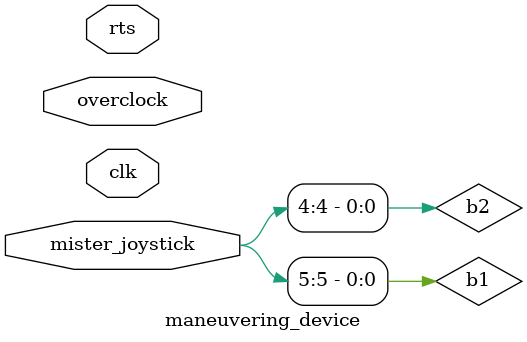
<source format=sv>
module maneuvering_device (
    input clk,
    input wire [15:0] mister_joystick,
    input rts,
    input overclock,
    bytestream.source serial_out
);

    // The baud rate of spoon is 1200
    // A serial frame costs 1 start bit, 8 data bits and 1 stop bit
    // In truth according to the documentation these are 7 data bits and 2 stop bits
    // But I know that this is just wrong documentation.
    // 1200 baud is eqivalent to 120 byte/s
    // 30e6 / 120 is 250000
    // For overclocking: 30e6 / 50 Hz video / 3 = 200000
    wire [18:0] kTicksPerByte = overclock ? 200000 : 250000;

    typedef enum bit [1:0] {
        DEVICE_ID,  // Always start with this after RTS is asserted
        BYTE0,  // 1 1 B1 B2 Y7 Y6 X7 X6
        BYTE1,  // 1 0 X5 X4 X3 X2 X1 X0
        BYTE2  // 1 0 Y5 Y4 Y3 Y2 Y1 Y0
    } e_state;

    e_state state;
    bit [18:0] cnt;
    bit [7:0] frame[3];

    bit perform_transmit;

    wire b1 = mister_joystick[5];
    wire b2 = mister_joystick[4];

    bit b1_q, b2_q;

    bit signed [7:0] speed;

    bit signed [7:0] x;
    bit signed [7:0] y;

    bit signed [7:0] x_q;
    bit signed [7:0] y_q;
    bit [3:0] accel;

    always_comb begin
        x = 0;
        y = 0;

        // The spoon has a short amount of time where it moves 2 ticks per frame
        // After a while it switches itself to 8 ticks per frame
        // We are overclocking the spoon, changing 8 to 2 and 2 to 1
        if (accel >= 5) begin
            speed = overclock ? 7 : 8;
        end else begin
            speed = overclock ? 2 : 2;
        end

        if (mister_joystick[0]) x = speed;
        if (mister_joystick[2]) y = speed;
        if (mister_joystick[1]) x = -speed;
        if (mister_joystick[3]) y = -speed;
        // Only transmit when buttons have changed or when we are moving the cursor
        // Even so, the speed is not changed, we must transmit permanently.
        perform_transmit = (b1 != b1_q) || (b2 != b2_q) || (x != x_q) || (y != y_q) || (x !=0 ) || (y !=0 );
    end

    always_ff @(posedge clk) begin
        if (serial_out.write) $display("INPUT SERIAL %x", serial_out.data);
    end
    always_ff @(posedge clk) begin
        serial_out.write <= 0;

        if (rts) begin
            state <= DEVICE_ID;
            cnt   <= kTicksPerByte;
        end else if (cnt != 0) begin
            cnt <= cnt - 1;
        end else begin
            cnt <= kTicksPerByte;

            case (state)
                DEVICE_ID: begin
                    serial_out.data <= 8'hCA;
                    state <= BYTE0;
                    serial_out.write <= 1;

                end
                BYTE0: begin
                    if (perform_transmit) begin
                        serial_out.data <= frame[0];
                        state <= BYTE1;
                        serial_out.write <= 1;

                        // store for next comparsion
                        x_q <= x;
                        y_q <= y;
                        b1_q <= b1;
                        b2_q <= b2;
                    end
                end
                BYTE1: begin
                    serial_out.data <= frame[1];
                    state <= BYTE2;
                    serial_out.write <= 1;

                end
                BYTE2: begin
                    serial_out.data <= frame[2];
                    state <= BYTE0;
                    serial_out.write <= 1;

                end
            endcase
        end


        // change whole frame at the same time before transmitting the next
        if (cnt == 10 && state == BYTE0) begin
            frame[0] <= {2'b11, b1, b2, y[7:6], x[7:6]};
            frame[1] <= {2'b10, x[5:0]};
            frame[2] <= {2'b10, y[5:0]};

            if (mister_joystick[3:0] == 0) begin
                accel <= 0;
            end else if (mister_joystick[3:0] != 0 && accel < 7) begin
                accel <= accel + 1;
            end
        end
    end
endmodule


</source>
